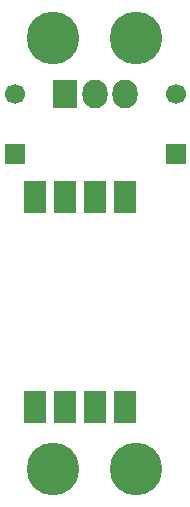
<source format=gbr>
G04 #@! TF.FileFunction,Soldermask,Bot*
%FSLAX46Y46*%
G04 Gerber Fmt 4.6, Leading zero omitted, Abs format (unit mm)*
G04 Created by KiCad (PCBNEW 4.0.4+e1-6308~48~ubuntu16.04.1-stable) date Tue Oct 25 19:36:01 2016*
%MOMM*%
%LPD*%
G01*
G04 APERTURE LIST*
%ADD10C,0.100000*%
%ADD11R,1.974800X2.686000*%
%ADD12R,2.127200X2.432000*%
%ADD13O,2.127200X2.432000*%
%ADD14R,1.700000X1.700000*%
%ADD15C,1.700000*%
%ADD16C,4.464000*%
G04 APERTURE END LIST*
D10*
D11*
X133451600Y-46494700D03*
X135991600Y-46494700D03*
X138531600Y-46494700D03*
X141071600Y-46494700D03*
X141071600Y-64274700D03*
X138531600Y-64274700D03*
X135991600Y-64274700D03*
X133451600Y-64274700D03*
D12*
X135978900Y-37769800D03*
D13*
X138518900Y-37769800D03*
X141058900Y-37769800D03*
D14*
X131711700Y-42773600D03*
D15*
X131711700Y-37773600D03*
D14*
X145351500Y-42773600D03*
D15*
X145351500Y-37773600D03*
D16*
X134999000Y-33018800D03*
X141999000Y-33018800D03*
X134999000Y-69447800D03*
X141999000Y-69447800D03*
M02*

</source>
